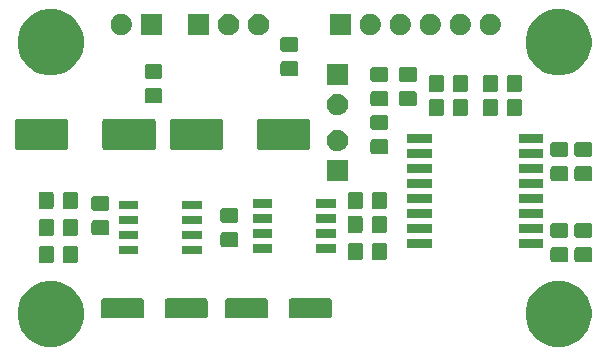
<source format=gbr>
G04 #@! TF.GenerationSoftware,KiCad,Pcbnew,(5.1.5)-2*
G04 #@! TF.CreationDate,2020-10-14T11:31:30+02:00*
G04 #@! TF.ProjectId,XLR_Driver,584c525f-4472-4697-9665-722e6b696361,rev?*
G04 #@! TF.SameCoordinates,Original*
G04 #@! TF.FileFunction,Soldermask,Top*
G04 #@! TF.FilePolarity,Negative*
%FSLAX46Y46*%
G04 Gerber Fmt 4.6, Leading zero omitted, Abs format (unit mm)*
G04 Created by KiCad (PCBNEW (5.1.5)-2) date 2020-10-14 11:31:30*
%MOMM*%
%LPD*%
G04 APERTURE LIST*
%ADD10C,0.100000*%
G04 APERTURE END LIST*
D10*
G36*
X147317021Y-63806640D02*
G01*
X147826769Y-64017785D01*
X147826771Y-64017786D01*
X148285534Y-64324321D01*
X148675679Y-64714466D01*
X148982214Y-65173229D01*
X148982215Y-65173231D01*
X149193360Y-65682979D01*
X149301000Y-66224124D01*
X149301000Y-66775876D01*
X149193360Y-67317021D01*
X148982215Y-67826769D01*
X148982214Y-67826771D01*
X148675679Y-68285534D01*
X148285534Y-68675679D01*
X147826771Y-68982214D01*
X147826770Y-68982215D01*
X147826769Y-68982215D01*
X147317021Y-69193360D01*
X146775876Y-69301000D01*
X146224124Y-69301000D01*
X145682979Y-69193360D01*
X145173231Y-68982215D01*
X145173230Y-68982215D01*
X145173229Y-68982214D01*
X144714466Y-68675679D01*
X144324321Y-68285534D01*
X144017786Y-67826771D01*
X144017785Y-67826769D01*
X143806640Y-67317021D01*
X143699000Y-66775876D01*
X143699000Y-66224124D01*
X143806640Y-65682979D01*
X144017785Y-65173231D01*
X144017786Y-65173229D01*
X144324321Y-64714466D01*
X144714466Y-64324321D01*
X145173229Y-64017786D01*
X145173231Y-64017785D01*
X145682979Y-63806640D01*
X146224124Y-63699000D01*
X146775876Y-63699000D01*
X147317021Y-63806640D01*
G37*
G36*
X104317021Y-63806640D02*
G01*
X104826769Y-64017785D01*
X104826771Y-64017786D01*
X105285534Y-64324321D01*
X105675679Y-64714466D01*
X105982214Y-65173229D01*
X105982215Y-65173231D01*
X106193360Y-65682979D01*
X106301000Y-66224124D01*
X106301000Y-66775876D01*
X106193360Y-67317021D01*
X105982215Y-67826769D01*
X105982214Y-67826771D01*
X105675679Y-68285534D01*
X105285534Y-68675679D01*
X104826771Y-68982214D01*
X104826770Y-68982215D01*
X104826769Y-68982215D01*
X104317021Y-69193360D01*
X103775876Y-69301000D01*
X103224124Y-69301000D01*
X102682979Y-69193360D01*
X102173231Y-68982215D01*
X102173230Y-68982215D01*
X102173229Y-68982214D01*
X101714466Y-68675679D01*
X101324321Y-68285534D01*
X101017786Y-67826771D01*
X101017785Y-67826769D01*
X100806640Y-67317021D01*
X100699000Y-66775876D01*
X100699000Y-66224124D01*
X100806640Y-65682979D01*
X101017785Y-65173231D01*
X101017786Y-65173229D01*
X101324321Y-64714466D01*
X101714466Y-64324321D01*
X102173229Y-64017786D01*
X102173231Y-64017785D01*
X102682979Y-63806640D01*
X103224124Y-63699000D01*
X103775876Y-63699000D01*
X104317021Y-63806640D01*
G37*
G36*
X111223997Y-65193051D02*
G01*
X111257652Y-65203261D01*
X111288665Y-65219838D01*
X111315851Y-65242149D01*
X111338162Y-65269335D01*
X111354739Y-65300348D01*
X111364949Y-65334003D01*
X111369000Y-65375138D01*
X111369000Y-66704862D01*
X111364949Y-66745997D01*
X111354739Y-66779652D01*
X111338162Y-66810665D01*
X111315851Y-66837851D01*
X111288665Y-66860162D01*
X111257652Y-66876739D01*
X111223997Y-66886949D01*
X111182862Y-66891000D01*
X107953138Y-66891000D01*
X107912003Y-66886949D01*
X107878348Y-66876739D01*
X107847335Y-66860162D01*
X107820149Y-66837851D01*
X107797838Y-66810665D01*
X107781261Y-66779652D01*
X107771051Y-66745997D01*
X107767000Y-66704862D01*
X107767000Y-65375138D01*
X107771051Y-65334003D01*
X107781261Y-65300348D01*
X107797838Y-65269335D01*
X107820149Y-65242149D01*
X107847335Y-65219838D01*
X107878348Y-65203261D01*
X107912003Y-65193051D01*
X107953138Y-65189000D01*
X111182862Y-65189000D01*
X111223997Y-65193051D01*
G37*
G36*
X127131997Y-65193051D02*
G01*
X127165652Y-65203261D01*
X127196665Y-65219838D01*
X127223851Y-65242149D01*
X127246162Y-65269335D01*
X127262739Y-65300348D01*
X127272949Y-65334003D01*
X127277000Y-65375138D01*
X127277000Y-66704862D01*
X127272949Y-66745997D01*
X127262739Y-66779652D01*
X127246162Y-66810665D01*
X127223851Y-66837851D01*
X127196665Y-66860162D01*
X127165652Y-66876739D01*
X127131997Y-66886949D01*
X127090862Y-66891000D01*
X123861138Y-66891000D01*
X123820003Y-66886949D01*
X123786348Y-66876739D01*
X123755335Y-66860162D01*
X123728149Y-66837851D01*
X123705838Y-66810665D01*
X123689261Y-66779652D01*
X123679051Y-66745997D01*
X123675000Y-66704862D01*
X123675000Y-65375138D01*
X123679051Y-65334003D01*
X123689261Y-65300348D01*
X123705838Y-65269335D01*
X123728149Y-65242149D01*
X123755335Y-65219838D01*
X123786348Y-65203261D01*
X123820003Y-65193051D01*
X123861138Y-65189000D01*
X127090862Y-65189000D01*
X127131997Y-65193051D01*
G37*
G36*
X121731997Y-65193051D02*
G01*
X121765652Y-65203261D01*
X121796665Y-65219838D01*
X121823851Y-65242149D01*
X121846162Y-65269335D01*
X121862739Y-65300348D01*
X121872949Y-65334003D01*
X121877000Y-65375138D01*
X121877000Y-66704862D01*
X121872949Y-66745997D01*
X121862739Y-66779652D01*
X121846162Y-66810665D01*
X121823851Y-66837851D01*
X121796665Y-66860162D01*
X121765652Y-66876739D01*
X121731997Y-66886949D01*
X121690862Y-66891000D01*
X118461138Y-66891000D01*
X118420003Y-66886949D01*
X118386348Y-66876739D01*
X118355335Y-66860162D01*
X118328149Y-66837851D01*
X118305838Y-66810665D01*
X118289261Y-66779652D01*
X118279051Y-66745997D01*
X118275000Y-66704862D01*
X118275000Y-65375138D01*
X118279051Y-65334003D01*
X118289261Y-65300348D01*
X118305838Y-65269335D01*
X118328149Y-65242149D01*
X118355335Y-65219838D01*
X118386348Y-65203261D01*
X118420003Y-65193051D01*
X118461138Y-65189000D01*
X121690862Y-65189000D01*
X121731997Y-65193051D01*
G37*
G36*
X116623997Y-65193051D02*
G01*
X116657652Y-65203261D01*
X116688665Y-65219838D01*
X116715851Y-65242149D01*
X116738162Y-65269335D01*
X116754739Y-65300348D01*
X116764949Y-65334003D01*
X116769000Y-65375138D01*
X116769000Y-66704862D01*
X116764949Y-66745997D01*
X116754739Y-66779652D01*
X116738162Y-66810665D01*
X116715851Y-66837851D01*
X116688665Y-66860162D01*
X116657652Y-66876739D01*
X116623997Y-66886949D01*
X116582862Y-66891000D01*
X113353138Y-66891000D01*
X113312003Y-66886949D01*
X113278348Y-66876739D01*
X113247335Y-66860162D01*
X113220149Y-66837851D01*
X113197838Y-66810665D01*
X113181261Y-66779652D01*
X113171051Y-66745997D01*
X113167000Y-66704862D01*
X113167000Y-65375138D01*
X113171051Y-65334003D01*
X113181261Y-65300348D01*
X113197838Y-65269335D01*
X113220149Y-65242149D01*
X113247335Y-65219838D01*
X113278348Y-65203261D01*
X113312003Y-65193051D01*
X113353138Y-65189000D01*
X116582862Y-65189000D01*
X116623997Y-65193051D01*
G37*
G36*
X103578674Y-60721465D02*
G01*
X103616367Y-60732899D01*
X103651103Y-60751466D01*
X103681548Y-60776452D01*
X103706534Y-60806897D01*
X103725101Y-60841633D01*
X103736535Y-60879326D01*
X103741000Y-60924661D01*
X103741000Y-62011339D01*
X103736535Y-62056674D01*
X103725101Y-62094367D01*
X103706534Y-62129103D01*
X103681548Y-62159548D01*
X103651103Y-62184534D01*
X103616367Y-62203101D01*
X103578674Y-62214535D01*
X103533339Y-62219000D01*
X102696661Y-62219000D01*
X102651326Y-62214535D01*
X102613633Y-62203101D01*
X102578897Y-62184534D01*
X102548452Y-62159548D01*
X102523466Y-62129103D01*
X102504899Y-62094367D01*
X102493465Y-62056674D01*
X102489000Y-62011339D01*
X102489000Y-60924661D01*
X102493465Y-60879326D01*
X102504899Y-60841633D01*
X102523466Y-60806897D01*
X102548452Y-60776452D01*
X102578897Y-60751466D01*
X102613633Y-60732899D01*
X102651326Y-60721465D01*
X102696661Y-60717000D01*
X103533339Y-60717000D01*
X103578674Y-60721465D01*
G37*
G36*
X105628674Y-60721465D02*
G01*
X105666367Y-60732899D01*
X105701103Y-60751466D01*
X105731548Y-60776452D01*
X105756534Y-60806897D01*
X105775101Y-60841633D01*
X105786535Y-60879326D01*
X105791000Y-60924661D01*
X105791000Y-62011339D01*
X105786535Y-62056674D01*
X105775101Y-62094367D01*
X105756534Y-62129103D01*
X105731548Y-62159548D01*
X105701103Y-62184534D01*
X105666367Y-62203101D01*
X105628674Y-62214535D01*
X105583339Y-62219000D01*
X104746661Y-62219000D01*
X104701326Y-62214535D01*
X104663633Y-62203101D01*
X104628897Y-62184534D01*
X104598452Y-62159548D01*
X104573466Y-62129103D01*
X104554899Y-62094367D01*
X104543465Y-62056674D01*
X104539000Y-62011339D01*
X104539000Y-60924661D01*
X104543465Y-60879326D01*
X104554899Y-60841633D01*
X104573466Y-60806897D01*
X104598452Y-60776452D01*
X104628897Y-60751466D01*
X104663633Y-60732899D01*
X104701326Y-60721465D01*
X104746661Y-60717000D01*
X105583339Y-60717000D01*
X105628674Y-60721465D01*
G37*
G36*
X149178674Y-60855465D02*
G01*
X149216367Y-60866899D01*
X149251103Y-60885466D01*
X149281548Y-60910452D01*
X149306534Y-60940897D01*
X149325101Y-60975633D01*
X149336535Y-61013326D01*
X149341000Y-61058661D01*
X149341000Y-61895339D01*
X149336535Y-61940674D01*
X149325101Y-61978367D01*
X149306534Y-62013103D01*
X149281548Y-62043548D01*
X149251103Y-62068534D01*
X149216367Y-62087101D01*
X149178674Y-62098535D01*
X149133339Y-62103000D01*
X148046661Y-62103000D01*
X148001326Y-62098535D01*
X147963633Y-62087101D01*
X147928897Y-62068534D01*
X147898452Y-62043548D01*
X147873466Y-62013103D01*
X147854899Y-61978367D01*
X147843465Y-61940674D01*
X147839000Y-61895339D01*
X147839000Y-61058661D01*
X147843465Y-61013326D01*
X147854899Y-60975633D01*
X147873466Y-60940897D01*
X147898452Y-60910452D01*
X147928897Y-60885466D01*
X147963633Y-60866899D01*
X148001326Y-60855465D01*
X148046661Y-60851000D01*
X149133339Y-60851000D01*
X149178674Y-60855465D01*
G37*
G36*
X147146674Y-60855465D02*
G01*
X147184367Y-60866899D01*
X147219103Y-60885466D01*
X147249548Y-60910452D01*
X147274534Y-60940897D01*
X147293101Y-60975633D01*
X147304535Y-61013326D01*
X147309000Y-61058661D01*
X147309000Y-61895339D01*
X147304535Y-61940674D01*
X147293101Y-61978367D01*
X147274534Y-62013103D01*
X147249548Y-62043548D01*
X147219103Y-62068534D01*
X147184367Y-62087101D01*
X147146674Y-62098535D01*
X147101339Y-62103000D01*
X146014661Y-62103000D01*
X145969326Y-62098535D01*
X145931633Y-62087101D01*
X145896897Y-62068534D01*
X145866452Y-62043548D01*
X145841466Y-62013103D01*
X145822899Y-61978367D01*
X145811465Y-61940674D01*
X145807000Y-61895339D01*
X145807000Y-61058661D01*
X145811465Y-61013326D01*
X145822899Y-60975633D01*
X145841466Y-60940897D01*
X145866452Y-60910452D01*
X145896897Y-60885466D01*
X145931633Y-60866899D01*
X145969326Y-60855465D01*
X146014661Y-60851000D01*
X147101339Y-60851000D01*
X147146674Y-60855465D01*
G37*
G36*
X131790674Y-60467465D02*
G01*
X131828367Y-60478899D01*
X131863103Y-60497466D01*
X131893548Y-60522452D01*
X131918534Y-60552897D01*
X131937101Y-60587633D01*
X131948535Y-60625326D01*
X131953000Y-60670661D01*
X131953000Y-61757339D01*
X131948535Y-61802674D01*
X131937101Y-61840367D01*
X131918534Y-61875103D01*
X131893548Y-61905548D01*
X131863103Y-61930534D01*
X131828367Y-61949101D01*
X131790674Y-61960535D01*
X131745339Y-61965000D01*
X130908661Y-61965000D01*
X130863326Y-61960535D01*
X130825633Y-61949101D01*
X130790897Y-61930534D01*
X130760452Y-61905548D01*
X130735466Y-61875103D01*
X130716899Y-61840367D01*
X130705465Y-61802674D01*
X130701000Y-61757339D01*
X130701000Y-60670661D01*
X130705465Y-60625326D01*
X130716899Y-60587633D01*
X130735466Y-60552897D01*
X130760452Y-60522452D01*
X130790897Y-60497466D01*
X130825633Y-60478899D01*
X130863326Y-60467465D01*
X130908661Y-60463000D01*
X131745339Y-60463000D01*
X131790674Y-60467465D01*
G37*
G36*
X129740674Y-60467465D02*
G01*
X129778367Y-60478899D01*
X129813103Y-60497466D01*
X129843548Y-60522452D01*
X129868534Y-60552897D01*
X129887101Y-60587633D01*
X129898535Y-60625326D01*
X129903000Y-60670661D01*
X129903000Y-61757339D01*
X129898535Y-61802674D01*
X129887101Y-61840367D01*
X129868534Y-61875103D01*
X129843548Y-61905548D01*
X129813103Y-61930534D01*
X129778367Y-61949101D01*
X129740674Y-61960535D01*
X129695339Y-61965000D01*
X128858661Y-61965000D01*
X128813326Y-61960535D01*
X128775633Y-61949101D01*
X128740897Y-61930534D01*
X128710452Y-61905548D01*
X128685466Y-61875103D01*
X128666899Y-61840367D01*
X128655465Y-61802674D01*
X128651000Y-61757339D01*
X128651000Y-60670661D01*
X128655465Y-60625326D01*
X128666899Y-60587633D01*
X128685466Y-60552897D01*
X128710452Y-60522452D01*
X128740897Y-60497466D01*
X128775633Y-60478899D01*
X128813326Y-60467465D01*
X128858661Y-60463000D01*
X129695339Y-60463000D01*
X129740674Y-60467465D01*
G37*
G36*
X110902000Y-61438000D02*
G01*
X109250000Y-61438000D01*
X109250000Y-60736000D01*
X110902000Y-60736000D01*
X110902000Y-61438000D01*
G37*
G36*
X116302000Y-61438000D02*
G01*
X114650000Y-61438000D01*
X114650000Y-60736000D01*
X116302000Y-60736000D01*
X116302000Y-61438000D01*
G37*
G36*
X127638000Y-61311000D02*
G01*
X125986000Y-61311000D01*
X125986000Y-60609000D01*
X127638000Y-60609000D01*
X127638000Y-61311000D01*
G37*
G36*
X122238000Y-61311000D02*
G01*
X120586000Y-61311000D01*
X120586000Y-60609000D01*
X122238000Y-60609000D01*
X122238000Y-61311000D01*
G37*
G36*
X135747000Y-60955000D02*
G01*
X133695000Y-60955000D01*
X133695000Y-60203000D01*
X135747000Y-60203000D01*
X135747000Y-60955000D01*
G37*
G36*
X145197000Y-60955000D02*
G01*
X143145000Y-60955000D01*
X143145000Y-60203000D01*
X145197000Y-60203000D01*
X145197000Y-60955000D01*
G37*
G36*
X119206674Y-59585465D02*
G01*
X119244367Y-59596899D01*
X119279103Y-59615466D01*
X119309548Y-59640452D01*
X119334534Y-59670897D01*
X119353101Y-59705633D01*
X119364535Y-59743326D01*
X119369000Y-59788661D01*
X119369000Y-60625339D01*
X119364535Y-60670674D01*
X119353101Y-60708367D01*
X119334534Y-60743103D01*
X119309548Y-60773548D01*
X119279103Y-60798534D01*
X119244367Y-60817101D01*
X119206674Y-60828535D01*
X119161339Y-60833000D01*
X118074661Y-60833000D01*
X118029326Y-60828535D01*
X117991633Y-60817101D01*
X117956897Y-60798534D01*
X117926452Y-60773548D01*
X117901466Y-60743103D01*
X117882899Y-60708367D01*
X117871465Y-60670674D01*
X117867000Y-60625339D01*
X117867000Y-59788661D01*
X117871465Y-59743326D01*
X117882899Y-59705633D01*
X117901466Y-59670897D01*
X117926452Y-59640452D01*
X117956897Y-59615466D01*
X117991633Y-59596899D01*
X118029326Y-59585465D01*
X118074661Y-59581000D01*
X119161339Y-59581000D01*
X119206674Y-59585465D01*
G37*
G36*
X110902000Y-60168000D02*
G01*
X109250000Y-60168000D01*
X109250000Y-59466000D01*
X110902000Y-59466000D01*
X110902000Y-60168000D01*
G37*
G36*
X116302000Y-60168000D02*
G01*
X114650000Y-60168000D01*
X114650000Y-59466000D01*
X116302000Y-59466000D01*
X116302000Y-60168000D01*
G37*
G36*
X147146674Y-58805465D02*
G01*
X147184367Y-58816899D01*
X147219103Y-58835466D01*
X147249548Y-58860452D01*
X147274534Y-58890897D01*
X147293101Y-58925633D01*
X147304535Y-58963326D01*
X147309000Y-59008661D01*
X147309000Y-59845339D01*
X147304535Y-59890674D01*
X147293101Y-59928367D01*
X147274534Y-59963103D01*
X147249548Y-59993548D01*
X147219103Y-60018534D01*
X147184367Y-60037101D01*
X147146674Y-60048535D01*
X147101339Y-60053000D01*
X146014661Y-60053000D01*
X145969326Y-60048535D01*
X145931633Y-60037101D01*
X145896897Y-60018534D01*
X145866452Y-59993548D01*
X145841466Y-59963103D01*
X145822899Y-59928367D01*
X145811465Y-59890674D01*
X145807000Y-59845339D01*
X145807000Y-59008661D01*
X145811465Y-58963326D01*
X145822899Y-58925633D01*
X145841466Y-58890897D01*
X145866452Y-58860452D01*
X145896897Y-58835466D01*
X145931633Y-58816899D01*
X145969326Y-58805465D01*
X146014661Y-58801000D01*
X147101339Y-58801000D01*
X147146674Y-58805465D01*
G37*
G36*
X149178674Y-58805465D02*
G01*
X149216367Y-58816899D01*
X149251103Y-58835466D01*
X149281548Y-58860452D01*
X149306534Y-58890897D01*
X149325101Y-58925633D01*
X149336535Y-58963326D01*
X149341000Y-59008661D01*
X149341000Y-59845339D01*
X149336535Y-59890674D01*
X149325101Y-59928367D01*
X149306534Y-59963103D01*
X149281548Y-59993548D01*
X149251103Y-60018534D01*
X149216367Y-60037101D01*
X149178674Y-60048535D01*
X149133339Y-60053000D01*
X148046661Y-60053000D01*
X148001326Y-60048535D01*
X147963633Y-60037101D01*
X147928897Y-60018534D01*
X147898452Y-59993548D01*
X147873466Y-59963103D01*
X147854899Y-59928367D01*
X147843465Y-59890674D01*
X147839000Y-59845339D01*
X147839000Y-59008661D01*
X147843465Y-58963326D01*
X147854899Y-58925633D01*
X147873466Y-58890897D01*
X147898452Y-58860452D01*
X147928897Y-58835466D01*
X147963633Y-58816899D01*
X148001326Y-58805465D01*
X148046661Y-58801000D01*
X149133339Y-58801000D01*
X149178674Y-58805465D01*
G37*
G36*
X127638000Y-60041000D02*
G01*
X125986000Y-60041000D01*
X125986000Y-59339000D01*
X127638000Y-59339000D01*
X127638000Y-60041000D01*
G37*
G36*
X122238000Y-60041000D02*
G01*
X120586000Y-60041000D01*
X120586000Y-59339000D01*
X122238000Y-59339000D01*
X122238000Y-60041000D01*
G37*
G36*
X105628674Y-58435465D02*
G01*
X105666367Y-58446899D01*
X105701103Y-58465466D01*
X105731548Y-58490452D01*
X105756534Y-58520897D01*
X105775101Y-58555633D01*
X105786535Y-58593326D01*
X105791000Y-58638661D01*
X105791000Y-59725339D01*
X105786535Y-59770674D01*
X105775101Y-59808367D01*
X105756534Y-59843103D01*
X105731548Y-59873548D01*
X105701103Y-59898534D01*
X105666367Y-59917101D01*
X105628674Y-59928535D01*
X105583339Y-59933000D01*
X104746661Y-59933000D01*
X104701326Y-59928535D01*
X104663633Y-59917101D01*
X104628897Y-59898534D01*
X104598452Y-59873548D01*
X104573466Y-59843103D01*
X104554899Y-59808367D01*
X104543465Y-59770674D01*
X104539000Y-59725339D01*
X104539000Y-58638661D01*
X104543465Y-58593326D01*
X104554899Y-58555633D01*
X104573466Y-58520897D01*
X104598452Y-58490452D01*
X104628897Y-58465466D01*
X104663633Y-58446899D01*
X104701326Y-58435465D01*
X104746661Y-58431000D01*
X105583339Y-58431000D01*
X105628674Y-58435465D01*
G37*
G36*
X103578674Y-58435465D02*
G01*
X103616367Y-58446899D01*
X103651103Y-58465466D01*
X103681548Y-58490452D01*
X103706534Y-58520897D01*
X103725101Y-58555633D01*
X103736535Y-58593326D01*
X103741000Y-58638661D01*
X103741000Y-59725339D01*
X103736535Y-59770674D01*
X103725101Y-59808367D01*
X103706534Y-59843103D01*
X103681548Y-59873548D01*
X103651103Y-59898534D01*
X103616367Y-59917101D01*
X103578674Y-59928535D01*
X103533339Y-59933000D01*
X102696661Y-59933000D01*
X102651326Y-59928535D01*
X102613633Y-59917101D01*
X102578897Y-59898534D01*
X102548452Y-59873548D01*
X102523466Y-59843103D01*
X102504899Y-59808367D01*
X102493465Y-59770674D01*
X102489000Y-59725339D01*
X102489000Y-58638661D01*
X102493465Y-58593326D01*
X102504899Y-58555633D01*
X102523466Y-58520897D01*
X102548452Y-58490452D01*
X102578897Y-58465466D01*
X102613633Y-58446899D01*
X102651326Y-58435465D01*
X102696661Y-58431000D01*
X103533339Y-58431000D01*
X103578674Y-58435465D01*
G37*
G36*
X108284674Y-58569465D02*
G01*
X108322367Y-58580899D01*
X108357103Y-58599466D01*
X108387548Y-58624452D01*
X108412534Y-58654897D01*
X108431101Y-58689633D01*
X108442535Y-58727326D01*
X108447000Y-58772661D01*
X108447000Y-59609339D01*
X108442535Y-59654674D01*
X108431101Y-59692367D01*
X108412534Y-59727103D01*
X108387548Y-59757548D01*
X108357103Y-59782534D01*
X108322367Y-59801101D01*
X108284674Y-59812535D01*
X108239339Y-59817000D01*
X107152661Y-59817000D01*
X107107326Y-59812535D01*
X107069633Y-59801101D01*
X107034897Y-59782534D01*
X107004452Y-59757548D01*
X106979466Y-59727103D01*
X106960899Y-59692367D01*
X106949465Y-59654674D01*
X106945000Y-59609339D01*
X106945000Y-58772661D01*
X106949465Y-58727326D01*
X106960899Y-58689633D01*
X106979466Y-58654897D01*
X107004452Y-58624452D01*
X107034897Y-58599466D01*
X107069633Y-58580899D01*
X107107326Y-58569465D01*
X107152661Y-58565000D01*
X108239339Y-58565000D01*
X108284674Y-58569465D01*
G37*
G36*
X145197000Y-59685000D02*
G01*
X143145000Y-59685000D01*
X143145000Y-58933000D01*
X145197000Y-58933000D01*
X145197000Y-59685000D01*
G37*
G36*
X135747000Y-59685000D02*
G01*
X133695000Y-59685000D01*
X133695000Y-58933000D01*
X135747000Y-58933000D01*
X135747000Y-59685000D01*
G37*
G36*
X129731674Y-58181465D02*
G01*
X129769367Y-58192899D01*
X129804103Y-58211466D01*
X129834548Y-58236452D01*
X129859534Y-58266897D01*
X129878101Y-58301633D01*
X129889535Y-58339326D01*
X129894000Y-58384661D01*
X129894000Y-59471339D01*
X129889535Y-59516674D01*
X129878101Y-59554367D01*
X129859534Y-59589103D01*
X129834548Y-59619548D01*
X129804103Y-59644534D01*
X129769367Y-59663101D01*
X129731674Y-59674535D01*
X129686339Y-59679000D01*
X128849661Y-59679000D01*
X128804326Y-59674535D01*
X128766633Y-59663101D01*
X128731897Y-59644534D01*
X128701452Y-59619548D01*
X128676466Y-59589103D01*
X128657899Y-59554367D01*
X128646465Y-59516674D01*
X128642000Y-59471339D01*
X128642000Y-58384661D01*
X128646465Y-58339326D01*
X128657899Y-58301633D01*
X128676466Y-58266897D01*
X128701452Y-58236452D01*
X128731897Y-58211466D01*
X128766633Y-58192899D01*
X128804326Y-58181465D01*
X128849661Y-58177000D01*
X129686339Y-58177000D01*
X129731674Y-58181465D01*
G37*
G36*
X131781674Y-58181465D02*
G01*
X131819367Y-58192899D01*
X131854103Y-58211466D01*
X131884548Y-58236452D01*
X131909534Y-58266897D01*
X131928101Y-58301633D01*
X131939535Y-58339326D01*
X131944000Y-58384661D01*
X131944000Y-59471339D01*
X131939535Y-59516674D01*
X131928101Y-59554367D01*
X131909534Y-59589103D01*
X131884548Y-59619548D01*
X131854103Y-59644534D01*
X131819367Y-59663101D01*
X131781674Y-59674535D01*
X131736339Y-59679000D01*
X130899661Y-59679000D01*
X130854326Y-59674535D01*
X130816633Y-59663101D01*
X130781897Y-59644534D01*
X130751452Y-59619548D01*
X130726466Y-59589103D01*
X130707899Y-59554367D01*
X130696465Y-59516674D01*
X130692000Y-59471339D01*
X130692000Y-58384661D01*
X130696465Y-58339326D01*
X130707899Y-58301633D01*
X130726466Y-58266897D01*
X130751452Y-58236452D01*
X130781897Y-58211466D01*
X130816633Y-58192899D01*
X130854326Y-58181465D01*
X130899661Y-58177000D01*
X131736339Y-58177000D01*
X131781674Y-58181465D01*
G37*
G36*
X116302000Y-58898000D02*
G01*
X114650000Y-58898000D01*
X114650000Y-58196000D01*
X116302000Y-58196000D01*
X116302000Y-58898000D01*
G37*
G36*
X110902000Y-58898000D02*
G01*
X109250000Y-58898000D01*
X109250000Y-58196000D01*
X110902000Y-58196000D01*
X110902000Y-58898000D01*
G37*
G36*
X119206674Y-57535465D02*
G01*
X119244367Y-57546899D01*
X119279103Y-57565466D01*
X119309548Y-57590452D01*
X119334534Y-57620897D01*
X119353101Y-57655633D01*
X119364535Y-57693326D01*
X119369000Y-57738661D01*
X119369000Y-58575339D01*
X119364535Y-58620674D01*
X119353101Y-58658367D01*
X119334534Y-58693103D01*
X119309548Y-58723548D01*
X119279103Y-58748534D01*
X119244367Y-58767101D01*
X119206674Y-58778535D01*
X119161339Y-58783000D01*
X118074661Y-58783000D01*
X118029326Y-58778535D01*
X117991633Y-58767101D01*
X117956897Y-58748534D01*
X117926452Y-58723548D01*
X117901466Y-58693103D01*
X117882899Y-58658367D01*
X117871465Y-58620674D01*
X117867000Y-58575339D01*
X117867000Y-57738661D01*
X117871465Y-57693326D01*
X117882899Y-57655633D01*
X117901466Y-57620897D01*
X117926452Y-57590452D01*
X117956897Y-57565466D01*
X117991633Y-57546899D01*
X118029326Y-57535465D01*
X118074661Y-57531000D01*
X119161339Y-57531000D01*
X119206674Y-57535465D01*
G37*
G36*
X127638000Y-58771000D02*
G01*
X125986000Y-58771000D01*
X125986000Y-58069000D01*
X127638000Y-58069000D01*
X127638000Y-58771000D01*
G37*
G36*
X122238000Y-58771000D02*
G01*
X120586000Y-58771000D01*
X120586000Y-58069000D01*
X122238000Y-58069000D01*
X122238000Y-58771000D01*
G37*
G36*
X135747000Y-58415000D02*
G01*
X133695000Y-58415000D01*
X133695000Y-57663000D01*
X135747000Y-57663000D01*
X135747000Y-58415000D01*
G37*
G36*
X145197000Y-58415000D02*
G01*
X143145000Y-58415000D01*
X143145000Y-57663000D01*
X145197000Y-57663000D01*
X145197000Y-58415000D01*
G37*
G36*
X108284674Y-56519465D02*
G01*
X108322367Y-56530899D01*
X108357103Y-56549466D01*
X108387548Y-56574452D01*
X108412534Y-56604897D01*
X108431101Y-56639633D01*
X108442535Y-56677326D01*
X108447000Y-56722661D01*
X108447000Y-57559339D01*
X108442535Y-57604674D01*
X108431101Y-57642367D01*
X108412534Y-57677103D01*
X108387548Y-57707548D01*
X108357103Y-57732534D01*
X108322367Y-57751101D01*
X108284674Y-57762535D01*
X108239339Y-57767000D01*
X107152661Y-57767000D01*
X107107326Y-57762535D01*
X107069633Y-57751101D01*
X107034897Y-57732534D01*
X107004452Y-57707548D01*
X106979466Y-57677103D01*
X106960899Y-57642367D01*
X106949465Y-57604674D01*
X106945000Y-57559339D01*
X106945000Y-56722661D01*
X106949465Y-56677326D01*
X106960899Y-56639633D01*
X106979466Y-56604897D01*
X107004452Y-56574452D01*
X107034897Y-56549466D01*
X107069633Y-56530899D01*
X107107326Y-56519465D01*
X107152661Y-56515000D01*
X108239339Y-56515000D01*
X108284674Y-56519465D01*
G37*
G36*
X103569674Y-56149465D02*
G01*
X103607367Y-56160899D01*
X103642103Y-56179466D01*
X103672548Y-56204452D01*
X103697534Y-56234897D01*
X103716101Y-56269633D01*
X103727535Y-56307326D01*
X103732000Y-56352661D01*
X103732000Y-57439339D01*
X103727535Y-57484674D01*
X103716101Y-57522367D01*
X103697534Y-57557103D01*
X103672548Y-57587548D01*
X103642103Y-57612534D01*
X103607367Y-57631101D01*
X103569674Y-57642535D01*
X103524339Y-57647000D01*
X102687661Y-57647000D01*
X102642326Y-57642535D01*
X102604633Y-57631101D01*
X102569897Y-57612534D01*
X102539452Y-57587548D01*
X102514466Y-57557103D01*
X102495899Y-57522367D01*
X102484465Y-57484674D01*
X102480000Y-57439339D01*
X102480000Y-56352661D01*
X102484465Y-56307326D01*
X102495899Y-56269633D01*
X102514466Y-56234897D01*
X102539452Y-56204452D01*
X102569897Y-56179466D01*
X102604633Y-56160899D01*
X102642326Y-56149465D01*
X102687661Y-56145000D01*
X103524339Y-56145000D01*
X103569674Y-56149465D01*
G37*
G36*
X131790674Y-56149465D02*
G01*
X131828367Y-56160899D01*
X131863103Y-56179466D01*
X131893548Y-56204452D01*
X131918534Y-56234897D01*
X131937101Y-56269633D01*
X131948535Y-56307326D01*
X131953000Y-56352661D01*
X131953000Y-57439339D01*
X131948535Y-57484674D01*
X131937101Y-57522367D01*
X131918534Y-57557103D01*
X131893548Y-57587548D01*
X131863103Y-57612534D01*
X131828367Y-57631101D01*
X131790674Y-57642535D01*
X131745339Y-57647000D01*
X130908661Y-57647000D01*
X130863326Y-57642535D01*
X130825633Y-57631101D01*
X130790897Y-57612534D01*
X130760452Y-57587548D01*
X130735466Y-57557103D01*
X130716899Y-57522367D01*
X130705465Y-57484674D01*
X130701000Y-57439339D01*
X130701000Y-56352661D01*
X130705465Y-56307326D01*
X130716899Y-56269633D01*
X130735466Y-56234897D01*
X130760452Y-56204452D01*
X130790897Y-56179466D01*
X130825633Y-56160899D01*
X130863326Y-56149465D01*
X130908661Y-56145000D01*
X131745339Y-56145000D01*
X131790674Y-56149465D01*
G37*
G36*
X129740674Y-56149465D02*
G01*
X129778367Y-56160899D01*
X129813103Y-56179466D01*
X129843548Y-56204452D01*
X129868534Y-56234897D01*
X129887101Y-56269633D01*
X129898535Y-56307326D01*
X129903000Y-56352661D01*
X129903000Y-57439339D01*
X129898535Y-57484674D01*
X129887101Y-57522367D01*
X129868534Y-57557103D01*
X129843548Y-57587548D01*
X129813103Y-57612534D01*
X129778367Y-57631101D01*
X129740674Y-57642535D01*
X129695339Y-57647000D01*
X128858661Y-57647000D01*
X128813326Y-57642535D01*
X128775633Y-57631101D01*
X128740897Y-57612534D01*
X128710452Y-57587548D01*
X128685466Y-57557103D01*
X128666899Y-57522367D01*
X128655465Y-57484674D01*
X128651000Y-57439339D01*
X128651000Y-56352661D01*
X128655465Y-56307326D01*
X128666899Y-56269633D01*
X128685466Y-56234897D01*
X128710452Y-56204452D01*
X128740897Y-56179466D01*
X128775633Y-56160899D01*
X128813326Y-56149465D01*
X128858661Y-56145000D01*
X129695339Y-56145000D01*
X129740674Y-56149465D01*
G37*
G36*
X105619674Y-56149465D02*
G01*
X105657367Y-56160899D01*
X105692103Y-56179466D01*
X105722548Y-56204452D01*
X105747534Y-56234897D01*
X105766101Y-56269633D01*
X105777535Y-56307326D01*
X105782000Y-56352661D01*
X105782000Y-57439339D01*
X105777535Y-57484674D01*
X105766101Y-57522367D01*
X105747534Y-57557103D01*
X105722548Y-57587548D01*
X105692103Y-57612534D01*
X105657367Y-57631101D01*
X105619674Y-57642535D01*
X105574339Y-57647000D01*
X104737661Y-57647000D01*
X104692326Y-57642535D01*
X104654633Y-57631101D01*
X104619897Y-57612534D01*
X104589452Y-57587548D01*
X104564466Y-57557103D01*
X104545899Y-57522367D01*
X104534465Y-57484674D01*
X104530000Y-57439339D01*
X104530000Y-56352661D01*
X104534465Y-56307326D01*
X104545899Y-56269633D01*
X104564466Y-56234897D01*
X104589452Y-56204452D01*
X104619897Y-56179466D01*
X104654633Y-56160899D01*
X104692326Y-56149465D01*
X104737661Y-56145000D01*
X105574339Y-56145000D01*
X105619674Y-56149465D01*
G37*
G36*
X110902000Y-57628000D02*
G01*
X109250000Y-57628000D01*
X109250000Y-56926000D01*
X110902000Y-56926000D01*
X110902000Y-57628000D01*
G37*
G36*
X116302000Y-57628000D02*
G01*
X114650000Y-57628000D01*
X114650000Y-56926000D01*
X116302000Y-56926000D01*
X116302000Y-57628000D01*
G37*
G36*
X127638000Y-57501000D02*
G01*
X125986000Y-57501000D01*
X125986000Y-56799000D01*
X127638000Y-56799000D01*
X127638000Y-57501000D01*
G37*
G36*
X122238000Y-57501000D02*
G01*
X120586000Y-57501000D01*
X120586000Y-56799000D01*
X122238000Y-56799000D01*
X122238000Y-57501000D01*
G37*
G36*
X135747000Y-57145000D02*
G01*
X133695000Y-57145000D01*
X133695000Y-56393000D01*
X135747000Y-56393000D01*
X135747000Y-57145000D01*
G37*
G36*
X145197000Y-57145000D02*
G01*
X143145000Y-57145000D01*
X143145000Y-56393000D01*
X145197000Y-56393000D01*
X145197000Y-57145000D01*
G37*
G36*
X135747000Y-55875000D02*
G01*
X133695000Y-55875000D01*
X133695000Y-55123000D01*
X135747000Y-55123000D01*
X135747000Y-55875000D01*
G37*
G36*
X145197000Y-55875000D02*
G01*
X143145000Y-55875000D01*
X143145000Y-55123000D01*
X145197000Y-55123000D01*
X145197000Y-55875000D01*
G37*
G36*
X128663000Y-55257000D02*
G01*
X126861000Y-55257000D01*
X126861000Y-53455000D01*
X128663000Y-53455000D01*
X128663000Y-55257000D01*
G37*
G36*
X147146674Y-53997465D02*
G01*
X147184367Y-54008899D01*
X147219103Y-54027466D01*
X147249548Y-54052452D01*
X147274534Y-54082897D01*
X147293101Y-54117633D01*
X147304535Y-54155326D01*
X147309000Y-54200661D01*
X147309000Y-55037339D01*
X147304535Y-55082674D01*
X147293101Y-55120367D01*
X147274534Y-55155103D01*
X147249548Y-55185548D01*
X147219103Y-55210534D01*
X147184367Y-55229101D01*
X147146674Y-55240535D01*
X147101339Y-55245000D01*
X146014661Y-55245000D01*
X145969326Y-55240535D01*
X145931633Y-55229101D01*
X145896897Y-55210534D01*
X145866452Y-55185548D01*
X145841466Y-55155103D01*
X145822899Y-55120367D01*
X145811465Y-55082674D01*
X145807000Y-55037339D01*
X145807000Y-54200661D01*
X145811465Y-54155326D01*
X145822899Y-54117633D01*
X145841466Y-54082897D01*
X145866452Y-54052452D01*
X145896897Y-54027466D01*
X145931633Y-54008899D01*
X145969326Y-53997465D01*
X146014661Y-53993000D01*
X147101339Y-53993000D01*
X147146674Y-53997465D01*
G37*
G36*
X149178674Y-53997465D02*
G01*
X149216367Y-54008899D01*
X149251103Y-54027466D01*
X149281548Y-54052452D01*
X149306534Y-54082897D01*
X149325101Y-54117633D01*
X149336535Y-54155326D01*
X149341000Y-54200661D01*
X149341000Y-55037339D01*
X149336535Y-55082674D01*
X149325101Y-55120367D01*
X149306534Y-55155103D01*
X149281548Y-55185548D01*
X149251103Y-55210534D01*
X149216367Y-55229101D01*
X149178674Y-55240535D01*
X149133339Y-55245000D01*
X148046661Y-55245000D01*
X148001326Y-55240535D01*
X147963633Y-55229101D01*
X147928897Y-55210534D01*
X147898452Y-55185548D01*
X147873466Y-55155103D01*
X147854899Y-55120367D01*
X147843465Y-55082674D01*
X147839000Y-55037339D01*
X147839000Y-54200661D01*
X147843465Y-54155326D01*
X147854899Y-54117633D01*
X147873466Y-54082897D01*
X147898452Y-54052452D01*
X147928897Y-54027466D01*
X147963633Y-54008899D01*
X148001326Y-53997465D01*
X148046661Y-53993000D01*
X149133339Y-53993000D01*
X149178674Y-53997465D01*
G37*
G36*
X145197000Y-54605000D02*
G01*
X143145000Y-54605000D01*
X143145000Y-53853000D01*
X145197000Y-53853000D01*
X145197000Y-54605000D01*
G37*
G36*
X135747000Y-54605000D02*
G01*
X133695000Y-54605000D01*
X133695000Y-53853000D01*
X135747000Y-53853000D01*
X135747000Y-54605000D01*
G37*
G36*
X135747000Y-53335000D02*
G01*
X133695000Y-53335000D01*
X133695000Y-52583000D01*
X135747000Y-52583000D01*
X135747000Y-53335000D01*
G37*
G36*
X145197000Y-53335000D02*
G01*
X143145000Y-53335000D01*
X143145000Y-52583000D01*
X145197000Y-52583000D01*
X145197000Y-53335000D01*
G37*
G36*
X149178674Y-51947465D02*
G01*
X149216367Y-51958899D01*
X149251103Y-51977466D01*
X149281548Y-52002452D01*
X149306534Y-52032897D01*
X149325101Y-52067633D01*
X149336535Y-52105326D01*
X149341000Y-52150661D01*
X149341000Y-52987339D01*
X149336535Y-53032674D01*
X149325101Y-53070367D01*
X149306534Y-53105103D01*
X149281548Y-53135548D01*
X149251103Y-53160534D01*
X149216367Y-53179101D01*
X149178674Y-53190535D01*
X149133339Y-53195000D01*
X148046661Y-53195000D01*
X148001326Y-53190535D01*
X147963633Y-53179101D01*
X147928897Y-53160534D01*
X147898452Y-53135548D01*
X147873466Y-53105103D01*
X147854899Y-53070367D01*
X147843465Y-53032674D01*
X147839000Y-52987339D01*
X147839000Y-52150661D01*
X147843465Y-52105326D01*
X147854899Y-52067633D01*
X147873466Y-52032897D01*
X147898452Y-52002452D01*
X147928897Y-51977466D01*
X147963633Y-51958899D01*
X148001326Y-51947465D01*
X148046661Y-51943000D01*
X149133339Y-51943000D01*
X149178674Y-51947465D01*
G37*
G36*
X147146674Y-51947465D02*
G01*
X147184367Y-51958899D01*
X147219103Y-51977466D01*
X147249548Y-52002452D01*
X147274534Y-52032897D01*
X147293101Y-52067633D01*
X147304535Y-52105326D01*
X147309000Y-52150661D01*
X147309000Y-52987339D01*
X147304535Y-53032674D01*
X147293101Y-53070367D01*
X147274534Y-53105103D01*
X147249548Y-53135548D01*
X147219103Y-53160534D01*
X147184367Y-53179101D01*
X147146674Y-53190535D01*
X147101339Y-53195000D01*
X146014661Y-53195000D01*
X145969326Y-53190535D01*
X145931633Y-53179101D01*
X145896897Y-53160534D01*
X145866452Y-53135548D01*
X145841466Y-53105103D01*
X145822899Y-53070367D01*
X145811465Y-53032674D01*
X145807000Y-52987339D01*
X145807000Y-52150661D01*
X145811465Y-52105326D01*
X145822899Y-52067633D01*
X145841466Y-52032897D01*
X145866452Y-52002452D01*
X145896897Y-51977466D01*
X145931633Y-51958899D01*
X145969326Y-51947465D01*
X146014661Y-51943000D01*
X147101339Y-51943000D01*
X147146674Y-51947465D01*
G37*
G36*
X131906674Y-51711465D02*
G01*
X131944367Y-51722899D01*
X131979103Y-51741466D01*
X132009548Y-51766452D01*
X132034534Y-51796897D01*
X132053101Y-51831633D01*
X132064535Y-51869326D01*
X132069000Y-51914661D01*
X132069000Y-52751339D01*
X132064535Y-52796674D01*
X132053101Y-52834367D01*
X132034534Y-52869103D01*
X132009548Y-52899548D01*
X131979103Y-52924534D01*
X131944367Y-52943101D01*
X131906674Y-52954535D01*
X131861339Y-52959000D01*
X130774661Y-52959000D01*
X130729326Y-52954535D01*
X130691633Y-52943101D01*
X130656897Y-52924534D01*
X130626452Y-52899548D01*
X130601466Y-52869103D01*
X130582899Y-52834367D01*
X130571465Y-52796674D01*
X130567000Y-52751339D01*
X130567000Y-51914661D01*
X130571465Y-51869326D01*
X130582899Y-51831633D01*
X130601466Y-51796897D01*
X130626452Y-51766452D01*
X130656897Y-51741466D01*
X130691633Y-51722899D01*
X130729326Y-51711465D01*
X130774661Y-51707000D01*
X131861339Y-51707000D01*
X131906674Y-51711465D01*
G37*
G36*
X127875512Y-50919927D02*
G01*
X128024812Y-50949624D01*
X128188784Y-51017544D01*
X128336354Y-51116147D01*
X128461853Y-51241646D01*
X128560456Y-51389216D01*
X128628376Y-51553188D01*
X128658073Y-51702488D01*
X128659859Y-51711465D01*
X128663000Y-51727259D01*
X128663000Y-51904741D01*
X128628376Y-52078812D01*
X128560456Y-52242784D01*
X128461853Y-52390354D01*
X128336354Y-52515853D01*
X128188784Y-52614456D01*
X128024812Y-52682376D01*
X127875512Y-52712073D01*
X127850742Y-52717000D01*
X127673258Y-52717000D01*
X127648488Y-52712073D01*
X127499188Y-52682376D01*
X127335216Y-52614456D01*
X127187646Y-52515853D01*
X127062147Y-52390354D01*
X126963544Y-52242784D01*
X126895624Y-52078812D01*
X126861000Y-51904741D01*
X126861000Y-51727259D01*
X126864142Y-51711465D01*
X126865927Y-51702488D01*
X126895624Y-51553188D01*
X126963544Y-51389216D01*
X127062147Y-51241646D01*
X127187646Y-51116147D01*
X127335216Y-51017544D01*
X127499188Y-50949624D01*
X127648488Y-50919927D01*
X127673258Y-50915000D01*
X127850742Y-50915000D01*
X127875512Y-50919927D01*
G37*
G36*
X104847934Y-50010671D02*
G01*
X104877877Y-50019754D01*
X104905465Y-50034500D01*
X104929651Y-50054349D01*
X104949500Y-50078535D01*
X104964246Y-50106123D01*
X104973329Y-50136066D01*
X104977000Y-50173340D01*
X104977000Y-52442660D01*
X104973329Y-52479934D01*
X104964246Y-52509877D01*
X104949500Y-52537465D01*
X104929651Y-52561651D01*
X104905465Y-52581500D01*
X104877877Y-52596246D01*
X104847934Y-52605329D01*
X104810660Y-52609000D01*
X100641340Y-52609000D01*
X100604066Y-52605329D01*
X100574123Y-52596246D01*
X100546535Y-52581500D01*
X100522349Y-52561651D01*
X100502500Y-52537465D01*
X100487754Y-52509877D01*
X100478671Y-52479934D01*
X100475000Y-52442660D01*
X100475000Y-50173340D01*
X100478671Y-50136066D01*
X100487754Y-50106123D01*
X100502500Y-50078535D01*
X100522349Y-50054349D01*
X100546535Y-50034500D01*
X100574123Y-50019754D01*
X100604066Y-50010671D01*
X100641340Y-50007000D01*
X104810660Y-50007000D01*
X104847934Y-50010671D01*
G37*
G36*
X117945934Y-50010671D02*
G01*
X117975877Y-50019754D01*
X118003465Y-50034500D01*
X118027651Y-50054349D01*
X118047500Y-50078535D01*
X118062246Y-50106123D01*
X118071329Y-50136066D01*
X118075000Y-50173340D01*
X118075000Y-52442660D01*
X118071329Y-52479934D01*
X118062246Y-52509877D01*
X118047500Y-52537465D01*
X118027651Y-52561651D01*
X118003465Y-52581500D01*
X117975877Y-52596246D01*
X117945934Y-52605329D01*
X117908660Y-52609000D01*
X113739340Y-52609000D01*
X113702066Y-52605329D01*
X113672123Y-52596246D01*
X113644535Y-52581500D01*
X113620349Y-52561651D01*
X113600500Y-52537465D01*
X113585754Y-52509877D01*
X113576671Y-52479934D01*
X113573000Y-52442660D01*
X113573000Y-50173340D01*
X113576671Y-50136066D01*
X113585754Y-50106123D01*
X113600500Y-50078535D01*
X113620349Y-50054349D01*
X113644535Y-50034500D01*
X113672123Y-50019754D01*
X113702066Y-50010671D01*
X113739340Y-50007000D01*
X117908660Y-50007000D01*
X117945934Y-50010671D01*
G37*
G36*
X125345934Y-50010671D02*
G01*
X125375877Y-50019754D01*
X125403465Y-50034500D01*
X125427651Y-50054349D01*
X125447500Y-50078535D01*
X125462246Y-50106123D01*
X125471329Y-50136066D01*
X125475000Y-50173340D01*
X125475000Y-52442660D01*
X125471329Y-52479934D01*
X125462246Y-52509877D01*
X125447500Y-52537465D01*
X125427651Y-52561651D01*
X125403465Y-52581500D01*
X125375877Y-52596246D01*
X125345934Y-52605329D01*
X125308660Y-52609000D01*
X121139340Y-52609000D01*
X121102066Y-52605329D01*
X121072123Y-52596246D01*
X121044535Y-52581500D01*
X121020349Y-52561651D01*
X121000500Y-52537465D01*
X120985754Y-52509877D01*
X120976671Y-52479934D01*
X120973000Y-52442660D01*
X120973000Y-50173340D01*
X120976671Y-50136066D01*
X120985754Y-50106123D01*
X121000500Y-50078535D01*
X121020349Y-50054349D01*
X121044535Y-50034500D01*
X121072123Y-50019754D01*
X121102066Y-50010671D01*
X121139340Y-50007000D01*
X125308660Y-50007000D01*
X125345934Y-50010671D01*
G37*
G36*
X112247934Y-50010671D02*
G01*
X112277877Y-50019754D01*
X112305465Y-50034500D01*
X112329651Y-50054349D01*
X112349500Y-50078535D01*
X112364246Y-50106123D01*
X112373329Y-50136066D01*
X112377000Y-50173340D01*
X112377000Y-52442660D01*
X112373329Y-52479934D01*
X112364246Y-52509877D01*
X112349500Y-52537465D01*
X112329651Y-52561651D01*
X112305465Y-52581500D01*
X112277877Y-52596246D01*
X112247934Y-52605329D01*
X112210660Y-52609000D01*
X108041340Y-52609000D01*
X108004066Y-52605329D01*
X107974123Y-52596246D01*
X107946535Y-52581500D01*
X107922349Y-52561651D01*
X107902500Y-52537465D01*
X107887754Y-52509877D01*
X107878671Y-52479934D01*
X107875000Y-52442660D01*
X107875000Y-50173340D01*
X107878671Y-50136066D01*
X107887754Y-50106123D01*
X107902500Y-50078535D01*
X107922349Y-50054349D01*
X107946535Y-50034500D01*
X107974123Y-50019754D01*
X108004066Y-50010671D01*
X108041340Y-50007000D01*
X112210660Y-50007000D01*
X112247934Y-50010671D01*
G37*
G36*
X145197000Y-52065000D02*
G01*
X143145000Y-52065000D01*
X143145000Y-51313000D01*
X145197000Y-51313000D01*
X145197000Y-52065000D01*
G37*
G36*
X135747000Y-52065000D02*
G01*
X133695000Y-52065000D01*
X133695000Y-51313000D01*
X135747000Y-51313000D01*
X135747000Y-52065000D01*
G37*
G36*
X131906674Y-49661465D02*
G01*
X131944367Y-49672899D01*
X131979103Y-49691466D01*
X132009548Y-49716452D01*
X132034534Y-49746897D01*
X132053101Y-49781633D01*
X132064535Y-49819326D01*
X132069000Y-49864661D01*
X132069000Y-50701339D01*
X132064535Y-50746674D01*
X132053101Y-50784367D01*
X132034534Y-50819103D01*
X132009548Y-50849548D01*
X131979103Y-50874534D01*
X131944367Y-50893101D01*
X131906674Y-50904535D01*
X131861339Y-50909000D01*
X130774661Y-50909000D01*
X130729326Y-50904535D01*
X130691633Y-50893101D01*
X130656897Y-50874534D01*
X130626452Y-50849548D01*
X130601466Y-50819103D01*
X130582899Y-50784367D01*
X130571465Y-50746674D01*
X130567000Y-50701339D01*
X130567000Y-49864661D01*
X130571465Y-49819326D01*
X130582899Y-49781633D01*
X130601466Y-49746897D01*
X130626452Y-49716452D01*
X130656897Y-49691466D01*
X130691633Y-49672899D01*
X130729326Y-49661465D01*
X130774661Y-49657000D01*
X131861339Y-49657000D01*
X131906674Y-49661465D01*
G37*
G36*
X138648674Y-48275465D02*
G01*
X138686367Y-48286899D01*
X138721103Y-48305466D01*
X138751548Y-48330452D01*
X138776534Y-48360897D01*
X138795101Y-48395633D01*
X138806535Y-48433326D01*
X138811000Y-48478661D01*
X138811000Y-49565339D01*
X138806535Y-49610674D01*
X138795101Y-49648367D01*
X138776534Y-49683103D01*
X138751548Y-49713548D01*
X138721103Y-49738534D01*
X138686367Y-49757101D01*
X138648674Y-49768535D01*
X138603339Y-49773000D01*
X137766661Y-49773000D01*
X137721326Y-49768535D01*
X137683633Y-49757101D01*
X137648897Y-49738534D01*
X137618452Y-49713548D01*
X137593466Y-49683103D01*
X137574899Y-49648367D01*
X137563465Y-49610674D01*
X137559000Y-49565339D01*
X137559000Y-48478661D01*
X137563465Y-48433326D01*
X137574899Y-48395633D01*
X137593466Y-48360897D01*
X137618452Y-48330452D01*
X137648897Y-48305466D01*
X137683633Y-48286899D01*
X137721326Y-48275465D01*
X137766661Y-48271000D01*
X138603339Y-48271000D01*
X138648674Y-48275465D01*
G37*
G36*
X141170674Y-48275465D02*
G01*
X141208367Y-48286899D01*
X141243103Y-48305466D01*
X141273548Y-48330452D01*
X141298534Y-48360897D01*
X141317101Y-48395633D01*
X141328535Y-48433326D01*
X141333000Y-48478661D01*
X141333000Y-49565339D01*
X141328535Y-49610674D01*
X141317101Y-49648367D01*
X141298534Y-49683103D01*
X141273548Y-49713548D01*
X141243103Y-49738534D01*
X141208367Y-49757101D01*
X141170674Y-49768535D01*
X141125339Y-49773000D01*
X140288661Y-49773000D01*
X140243326Y-49768535D01*
X140205633Y-49757101D01*
X140170897Y-49738534D01*
X140140452Y-49713548D01*
X140115466Y-49683103D01*
X140096899Y-49648367D01*
X140085465Y-49610674D01*
X140081000Y-49565339D01*
X140081000Y-48478661D01*
X140085465Y-48433326D01*
X140096899Y-48395633D01*
X140115466Y-48360897D01*
X140140452Y-48330452D01*
X140170897Y-48305466D01*
X140205633Y-48286899D01*
X140243326Y-48275465D01*
X140288661Y-48271000D01*
X141125339Y-48271000D01*
X141170674Y-48275465D01*
G37*
G36*
X143220674Y-48275465D02*
G01*
X143258367Y-48286899D01*
X143293103Y-48305466D01*
X143323548Y-48330452D01*
X143348534Y-48360897D01*
X143367101Y-48395633D01*
X143378535Y-48433326D01*
X143383000Y-48478661D01*
X143383000Y-49565339D01*
X143378535Y-49610674D01*
X143367101Y-49648367D01*
X143348534Y-49683103D01*
X143323548Y-49713548D01*
X143293103Y-49738534D01*
X143258367Y-49757101D01*
X143220674Y-49768535D01*
X143175339Y-49773000D01*
X142338661Y-49773000D01*
X142293326Y-49768535D01*
X142255633Y-49757101D01*
X142220897Y-49738534D01*
X142190452Y-49713548D01*
X142165466Y-49683103D01*
X142146899Y-49648367D01*
X142135465Y-49610674D01*
X142131000Y-49565339D01*
X142131000Y-48478661D01*
X142135465Y-48433326D01*
X142146899Y-48395633D01*
X142165466Y-48360897D01*
X142190452Y-48330452D01*
X142220897Y-48305466D01*
X142255633Y-48286899D01*
X142293326Y-48275465D01*
X142338661Y-48271000D01*
X143175339Y-48271000D01*
X143220674Y-48275465D01*
G37*
G36*
X136598674Y-48275465D02*
G01*
X136636367Y-48286899D01*
X136671103Y-48305466D01*
X136701548Y-48330452D01*
X136726534Y-48360897D01*
X136745101Y-48395633D01*
X136756535Y-48433326D01*
X136761000Y-48478661D01*
X136761000Y-49565339D01*
X136756535Y-49610674D01*
X136745101Y-49648367D01*
X136726534Y-49683103D01*
X136701548Y-49713548D01*
X136671103Y-49738534D01*
X136636367Y-49757101D01*
X136598674Y-49768535D01*
X136553339Y-49773000D01*
X135716661Y-49773000D01*
X135671326Y-49768535D01*
X135633633Y-49757101D01*
X135598897Y-49738534D01*
X135568452Y-49713548D01*
X135543466Y-49683103D01*
X135524899Y-49648367D01*
X135513465Y-49610674D01*
X135509000Y-49565339D01*
X135509000Y-48478661D01*
X135513465Y-48433326D01*
X135524899Y-48395633D01*
X135543466Y-48360897D01*
X135568452Y-48330452D01*
X135598897Y-48305466D01*
X135633633Y-48286899D01*
X135671326Y-48275465D01*
X135716661Y-48271000D01*
X136553339Y-48271000D01*
X136598674Y-48275465D01*
G37*
G36*
X127875512Y-47871927D02*
G01*
X128024812Y-47901624D01*
X128188784Y-47969544D01*
X128336354Y-48068147D01*
X128461853Y-48193646D01*
X128560456Y-48341216D01*
X128628376Y-48505188D01*
X128663000Y-48679259D01*
X128663000Y-48856741D01*
X128628376Y-49030812D01*
X128560456Y-49194784D01*
X128461853Y-49342354D01*
X128336354Y-49467853D01*
X128188784Y-49566456D01*
X128024812Y-49634376D01*
X127884777Y-49662230D01*
X127850742Y-49669000D01*
X127673258Y-49669000D01*
X127639223Y-49662230D01*
X127499188Y-49634376D01*
X127335216Y-49566456D01*
X127187646Y-49467853D01*
X127062147Y-49342354D01*
X126963544Y-49194784D01*
X126895624Y-49030812D01*
X126861000Y-48856741D01*
X126861000Y-48679259D01*
X126895624Y-48505188D01*
X126963544Y-48341216D01*
X127062147Y-48193646D01*
X127187646Y-48068147D01*
X127335216Y-47969544D01*
X127499188Y-47901624D01*
X127648488Y-47871927D01*
X127673258Y-47867000D01*
X127850742Y-47867000D01*
X127875512Y-47871927D01*
G37*
G36*
X134319674Y-47647465D02*
G01*
X134357367Y-47658899D01*
X134392103Y-47677466D01*
X134422548Y-47702452D01*
X134447534Y-47732897D01*
X134466101Y-47767633D01*
X134477535Y-47805326D01*
X134482000Y-47850661D01*
X134482000Y-48687339D01*
X134477535Y-48732674D01*
X134466101Y-48770367D01*
X134447534Y-48805103D01*
X134422548Y-48835548D01*
X134392103Y-48860534D01*
X134357367Y-48879101D01*
X134319674Y-48890535D01*
X134274339Y-48895000D01*
X133187661Y-48895000D01*
X133142326Y-48890535D01*
X133104633Y-48879101D01*
X133069897Y-48860534D01*
X133039452Y-48835548D01*
X133014466Y-48805103D01*
X132995899Y-48770367D01*
X132984465Y-48732674D01*
X132980000Y-48687339D01*
X132980000Y-47850661D01*
X132984465Y-47805326D01*
X132995899Y-47767633D01*
X133014466Y-47732897D01*
X133039452Y-47702452D01*
X133069897Y-47677466D01*
X133104633Y-47658899D01*
X133142326Y-47647465D01*
X133187661Y-47643000D01*
X134274339Y-47643000D01*
X134319674Y-47647465D01*
G37*
G36*
X131906674Y-47647465D02*
G01*
X131944367Y-47658899D01*
X131979103Y-47677466D01*
X132009548Y-47702452D01*
X132034534Y-47732897D01*
X132053101Y-47767633D01*
X132064535Y-47805326D01*
X132069000Y-47850661D01*
X132069000Y-48687339D01*
X132064535Y-48732674D01*
X132053101Y-48770367D01*
X132034534Y-48805103D01*
X132009548Y-48835548D01*
X131979103Y-48860534D01*
X131944367Y-48879101D01*
X131906674Y-48890535D01*
X131861339Y-48895000D01*
X130774661Y-48895000D01*
X130729326Y-48890535D01*
X130691633Y-48879101D01*
X130656897Y-48860534D01*
X130626452Y-48835548D01*
X130601466Y-48805103D01*
X130582899Y-48770367D01*
X130571465Y-48732674D01*
X130567000Y-48687339D01*
X130567000Y-47850661D01*
X130571465Y-47805326D01*
X130582899Y-47767633D01*
X130601466Y-47732897D01*
X130626452Y-47702452D01*
X130656897Y-47677466D01*
X130691633Y-47658899D01*
X130729326Y-47647465D01*
X130774661Y-47643000D01*
X131861339Y-47643000D01*
X131906674Y-47647465D01*
G37*
G36*
X112788674Y-47393465D02*
G01*
X112826367Y-47404899D01*
X112861103Y-47423466D01*
X112891548Y-47448452D01*
X112916534Y-47478897D01*
X112935101Y-47513633D01*
X112946535Y-47551326D01*
X112951000Y-47596661D01*
X112951000Y-48433339D01*
X112946535Y-48478674D01*
X112935101Y-48516367D01*
X112916534Y-48551103D01*
X112891548Y-48581548D01*
X112861103Y-48606534D01*
X112826367Y-48625101D01*
X112788674Y-48636535D01*
X112743339Y-48641000D01*
X111656661Y-48641000D01*
X111611326Y-48636535D01*
X111573633Y-48625101D01*
X111538897Y-48606534D01*
X111508452Y-48581548D01*
X111483466Y-48551103D01*
X111464899Y-48516367D01*
X111453465Y-48478674D01*
X111449000Y-48433339D01*
X111449000Y-47596661D01*
X111453465Y-47551326D01*
X111464899Y-47513633D01*
X111483466Y-47478897D01*
X111508452Y-47448452D01*
X111538897Y-47423466D01*
X111573633Y-47404899D01*
X111611326Y-47393465D01*
X111656661Y-47389000D01*
X112743339Y-47389000D01*
X112788674Y-47393465D01*
G37*
G36*
X141170674Y-46243465D02*
G01*
X141208367Y-46254899D01*
X141243103Y-46273466D01*
X141273548Y-46298452D01*
X141298534Y-46328897D01*
X141317101Y-46363633D01*
X141328535Y-46401326D01*
X141333000Y-46446661D01*
X141333000Y-47533339D01*
X141328535Y-47578674D01*
X141317101Y-47616367D01*
X141298534Y-47651103D01*
X141273548Y-47681548D01*
X141243103Y-47706534D01*
X141208367Y-47725101D01*
X141170674Y-47736535D01*
X141125339Y-47741000D01*
X140288661Y-47741000D01*
X140243326Y-47736535D01*
X140205633Y-47725101D01*
X140170897Y-47706534D01*
X140140452Y-47681548D01*
X140115466Y-47651103D01*
X140096899Y-47616367D01*
X140085465Y-47578674D01*
X140081000Y-47533339D01*
X140081000Y-46446661D01*
X140085465Y-46401326D01*
X140096899Y-46363633D01*
X140115466Y-46328897D01*
X140140452Y-46298452D01*
X140170897Y-46273466D01*
X140205633Y-46254899D01*
X140243326Y-46243465D01*
X140288661Y-46239000D01*
X141125339Y-46239000D01*
X141170674Y-46243465D01*
G37*
G36*
X136598674Y-46243465D02*
G01*
X136636367Y-46254899D01*
X136671103Y-46273466D01*
X136701548Y-46298452D01*
X136726534Y-46328897D01*
X136745101Y-46363633D01*
X136756535Y-46401326D01*
X136761000Y-46446661D01*
X136761000Y-47533339D01*
X136756535Y-47578674D01*
X136745101Y-47616367D01*
X136726534Y-47651103D01*
X136701548Y-47681548D01*
X136671103Y-47706534D01*
X136636367Y-47725101D01*
X136598674Y-47736535D01*
X136553339Y-47741000D01*
X135716661Y-47741000D01*
X135671326Y-47736535D01*
X135633633Y-47725101D01*
X135598897Y-47706534D01*
X135568452Y-47681548D01*
X135543466Y-47651103D01*
X135524899Y-47616367D01*
X135513465Y-47578674D01*
X135509000Y-47533339D01*
X135509000Y-46446661D01*
X135513465Y-46401326D01*
X135524899Y-46363633D01*
X135543466Y-46328897D01*
X135568452Y-46298452D01*
X135598897Y-46273466D01*
X135633633Y-46254899D01*
X135671326Y-46243465D01*
X135716661Y-46239000D01*
X136553339Y-46239000D01*
X136598674Y-46243465D01*
G37*
G36*
X138648674Y-46243465D02*
G01*
X138686367Y-46254899D01*
X138721103Y-46273466D01*
X138751548Y-46298452D01*
X138776534Y-46328897D01*
X138795101Y-46363633D01*
X138806535Y-46401326D01*
X138811000Y-46446661D01*
X138811000Y-47533339D01*
X138806535Y-47578674D01*
X138795101Y-47616367D01*
X138776534Y-47651103D01*
X138751548Y-47681548D01*
X138721103Y-47706534D01*
X138686367Y-47725101D01*
X138648674Y-47736535D01*
X138603339Y-47741000D01*
X137766661Y-47741000D01*
X137721326Y-47736535D01*
X137683633Y-47725101D01*
X137648897Y-47706534D01*
X137618452Y-47681548D01*
X137593466Y-47651103D01*
X137574899Y-47616367D01*
X137563465Y-47578674D01*
X137559000Y-47533339D01*
X137559000Y-46446661D01*
X137563465Y-46401326D01*
X137574899Y-46363633D01*
X137593466Y-46328897D01*
X137618452Y-46298452D01*
X137648897Y-46273466D01*
X137683633Y-46254899D01*
X137721326Y-46243465D01*
X137766661Y-46239000D01*
X138603339Y-46239000D01*
X138648674Y-46243465D01*
G37*
G36*
X143220674Y-46243465D02*
G01*
X143258367Y-46254899D01*
X143293103Y-46273466D01*
X143323548Y-46298452D01*
X143348534Y-46328897D01*
X143367101Y-46363633D01*
X143378535Y-46401326D01*
X143383000Y-46446661D01*
X143383000Y-47533339D01*
X143378535Y-47578674D01*
X143367101Y-47616367D01*
X143348534Y-47651103D01*
X143323548Y-47681548D01*
X143293103Y-47706534D01*
X143258367Y-47725101D01*
X143220674Y-47736535D01*
X143175339Y-47741000D01*
X142338661Y-47741000D01*
X142293326Y-47736535D01*
X142255633Y-47725101D01*
X142220897Y-47706534D01*
X142190452Y-47681548D01*
X142165466Y-47651103D01*
X142146899Y-47616367D01*
X142135465Y-47578674D01*
X142131000Y-47533339D01*
X142131000Y-46446661D01*
X142135465Y-46401326D01*
X142146899Y-46363633D01*
X142165466Y-46328897D01*
X142190452Y-46298452D01*
X142220897Y-46273466D01*
X142255633Y-46254899D01*
X142293326Y-46243465D01*
X142338661Y-46239000D01*
X143175339Y-46239000D01*
X143220674Y-46243465D01*
G37*
G36*
X128663000Y-47129000D02*
G01*
X126861000Y-47129000D01*
X126861000Y-45327000D01*
X128663000Y-45327000D01*
X128663000Y-47129000D01*
G37*
G36*
X131906674Y-45597465D02*
G01*
X131944367Y-45608899D01*
X131979103Y-45627466D01*
X132009548Y-45652452D01*
X132034534Y-45682897D01*
X132053101Y-45717633D01*
X132064535Y-45755326D01*
X132069000Y-45800661D01*
X132069000Y-46637339D01*
X132064535Y-46682674D01*
X132053101Y-46720367D01*
X132034534Y-46755103D01*
X132009548Y-46785548D01*
X131979103Y-46810534D01*
X131944367Y-46829101D01*
X131906674Y-46840535D01*
X131861339Y-46845000D01*
X130774661Y-46845000D01*
X130729326Y-46840535D01*
X130691633Y-46829101D01*
X130656897Y-46810534D01*
X130626452Y-46785548D01*
X130601466Y-46755103D01*
X130582899Y-46720367D01*
X130571465Y-46682674D01*
X130567000Y-46637339D01*
X130567000Y-45800661D01*
X130571465Y-45755326D01*
X130582899Y-45717633D01*
X130601466Y-45682897D01*
X130626452Y-45652452D01*
X130656897Y-45627466D01*
X130691633Y-45608899D01*
X130729326Y-45597465D01*
X130774661Y-45593000D01*
X131861339Y-45593000D01*
X131906674Y-45597465D01*
G37*
G36*
X134319674Y-45597465D02*
G01*
X134357367Y-45608899D01*
X134392103Y-45627466D01*
X134422548Y-45652452D01*
X134447534Y-45682897D01*
X134466101Y-45717633D01*
X134477535Y-45755326D01*
X134482000Y-45800661D01*
X134482000Y-46637339D01*
X134477535Y-46682674D01*
X134466101Y-46720367D01*
X134447534Y-46755103D01*
X134422548Y-46785548D01*
X134392103Y-46810534D01*
X134357367Y-46829101D01*
X134319674Y-46840535D01*
X134274339Y-46845000D01*
X133187661Y-46845000D01*
X133142326Y-46840535D01*
X133104633Y-46829101D01*
X133069897Y-46810534D01*
X133039452Y-46785548D01*
X133014466Y-46755103D01*
X132995899Y-46720367D01*
X132984465Y-46682674D01*
X132980000Y-46637339D01*
X132980000Y-45800661D01*
X132984465Y-45755326D01*
X132995899Y-45717633D01*
X133014466Y-45682897D01*
X133039452Y-45652452D01*
X133069897Y-45627466D01*
X133104633Y-45608899D01*
X133142326Y-45597465D01*
X133187661Y-45593000D01*
X134274339Y-45593000D01*
X134319674Y-45597465D01*
G37*
G36*
X112788674Y-45343465D02*
G01*
X112826367Y-45354899D01*
X112861103Y-45373466D01*
X112891548Y-45398452D01*
X112916534Y-45428897D01*
X112935101Y-45463633D01*
X112946535Y-45501326D01*
X112951000Y-45546661D01*
X112951000Y-46383339D01*
X112946535Y-46428674D01*
X112935101Y-46466367D01*
X112916534Y-46501103D01*
X112891548Y-46531548D01*
X112861103Y-46556534D01*
X112826367Y-46575101D01*
X112788674Y-46586535D01*
X112743339Y-46591000D01*
X111656661Y-46591000D01*
X111611326Y-46586535D01*
X111573633Y-46575101D01*
X111538897Y-46556534D01*
X111508452Y-46531548D01*
X111483466Y-46501103D01*
X111464899Y-46466367D01*
X111453465Y-46428674D01*
X111449000Y-46383339D01*
X111449000Y-45546661D01*
X111453465Y-45501326D01*
X111464899Y-45463633D01*
X111483466Y-45428897D01*
X111508452Y-45398452D01*
X111538897Y-45373466D01*
X111573633Y-45354899D01*
X111611326Y-45343465D01*
X111656661Y-45339000D01*
X112743339Y-45339000D01*
X112788674Y-45343465D01*
G37*
G36*
X124286674Y-45107465D02*
G01*
X124324367Y-45118899D01*
X124359103Y-45137466D01*
X124389548Y-45162452D01*
X124414534Y-45192897D01*
X124433101Y-45227633D01*
X124444535Y-45265326D01*
X124449000Y-45310661D01*
X124449000Y-46147339D01*
X124444535Y-46192674D01*
X124433101Y-46230367D01*
X124414534Y-46265103D01*
X124389548Y-46295548D01*
X124359103Y-46320534D01*
X124324367Y-46339101D01*
X124286674Y-46350535D01*
X124241339Y-46355000D01*
X123154661Y-46355000D01*
X123109326Y-46350535D01*
X123071633Y-46339101D01*
X123036897Y-46320534D01*
X123006452Y-46295548D01*
X122981466Y-46265103D01*
X122962899Y-46230367D01*
X122951465Y-46192674D01*
X122947000Y-46147339D01*
X122947000Y-45310661D01*
X122951465Y-45265326D01*
X122962899Y-45227633D01*
X122981466Y-45192897D01*
X123006452Y-45162452D01*
X123036897Y-45137466D01*
X123071633Y-45118899D01*
X123109326Y-45107465D01*
X123154661Y-45103000D01*
X124241339Y-45103000D01*
X124286674Y-45107465D01*
G37*
G36*
X104317021Y-40806640D02*
G01*
X104826769Y-41017785D01*
X104826771Y-41017786D01*
X105285534Y-41324321D01*
X105675679Y-41714466D01*
X105982214Y-42173229D01*
X105982215Y-42173231D01*
X106193360Y-42682979D01*
X106301000Y-43224124D01*
X106301000Y-43775876D01*
X106193360Y-44317021D01*
X105982215Y-44826769D01*
X105982214Y-44826771D01*
X105675679Y-45285534D01*
X105285534Y-45675679D01*
X104826771Y-45982214D01*
X104826770Y-45982215D01*
X104826769Y-45982215D01*
X104317021Y-46193360D01*
X103775876Y-46301000D01*
X103224124Y-46301000D01*
X102682979Y-46193360D01*
X102173231Y-45982215D01*
X102173230Y-45982215D01*
X102173229Y-45982214D01*
X101714466Y-45675679D01*
X101324321Y-45285534D01*
X101017786Y-44826771D01*
X101017785Y-44826769D01*
X100806640Y-44317021D01*
X100699000Y-43775876D01*
X100699000Y-43224124D01*
X100806640Y-42682979D01*
X101017785Y-42173231D01*
X101017786Y-42173229D01*
X101324321Y-41714466D01*
X101714466Y-41324321D01*
X102173229Y-41017786D01*
X102173231Y-41017785D01*
X102682979Y-40806640D01*
X103224124Y-40699000D01*
X103775876Y-40699000D01*
X104317021Y-40806640D01*
G37*
G36*
X147317021Y-40806640D02*
G01*
X147826769Y-41017785D01*
X147826771Y-41017786D01*
X148285534Y-41324321D01*
X148675679Y-41714466D01*
X148982214Y-42173229D01*
X148982215Y-42173231D01*
X149193360Y-42682979D01*
X149301000Y-43224124D01*
X149301000Y-43775876D01*
X149193360Y-44317021D01*
X148982215Y-44826769D01*
X148982214Y-44826771D01*
X148675679Y-45285534D01*
X148285534Y-45675679D01*
X147826771Y-45982214D01*
X147826770Y-45982215D01*
X147826769Y-45982215D01*
X147317021Y-46193360D01*
X146775876Y-46301000D01*
X146224124Y-46301000D01*
X145682979Y-46193360D01*
X145173231Y-45982215D01*
X145173230Y-45982215D01*
X145173229Y-45982214D01*
X144714466Y-45675679D01*
X144324321Y-45285534D01*
X144017786Y-44826771D01*
X144017785Y-44826769D01*
X143806640Y-44317021D01*
X143699000Y-43775876D01*
X143699000Y-43224124D01*
X143806640Y-42682979D01*
X144017785Y-42173231D01*
X144017786Y-42173229D01*
X144324321Y-41714466D01*
X144714466Y-41324321D01*
X145173229Y-41017786D01*
X145173231Y-41017785D01*
X145682979Y-40806640D01*
X146224124Y-40699000D01*
X146775876Y-40699000D01*
X147317021Y-40806640D01*
G37*
G36*
X124286674Y-43057465D02*
G01*
X124324367Y-43068899D01*
X124359103Y-43087466D01*
X124389548Y-43112452D01*
X124414534Y-43142897D01*
X124433101Y-43177633D01*
X124444535Y-43215326D01*
X124449000Y-43260661D01*
X124449000Y-44097339D01*
X124444535Y-44142674D01*
X124433101Y-44180367D01*
X124414534Y-44215103D01*
X124389548Y-44245548D01*
X124359103Y-44270534D01*
X124324367Y-44289101D01*
X124286674Y-44300535D01*
X124241339Y-44305000D01*
X123154661Y-44305000D01*
X123109326Y-44300535D01*
X123071633Y-44289101D01*
X123036897Y-44270534D01*
X123006452Y-44245548D01*
X122981466Y-44215103D01*
X122962899Y-44180367D01*
X122951465Y-44142674D01*
X122947000Y-44097339D01*
X122947000Y-43260661D01*
X122951465Y-43215326D01*
X122962899Y-43177633D01*
X122981466Y-43142897D01*
X123006452Y-43112452D01*
X123036897Y-43087466D01*
X123071633Y-43068899D01*
X123109326Y-43057465D01*
X123154661Y-43053000D01*
X124241339Y-43053000D01*
X124286674Y-43057465D01*
G37*
G36*
X140813512Y-41103927D02*
G01*
X140962812Y-41133624D01*
X141126784Y-41201544D01*
X141274354Y-41300147D01*
X141399853Y-41425646D01*
X141498456Y-41573216D01*
X141566376Y-41737188D01*
X141601000Y-41911259D01*
X141601000Y-42088741D01*
X141566376Y-42262812D01*
X141498456Y-42426784D01*
X141399853Y-42574354D01*
X141274354Y-42699853D01*
X141126784Y-42798456D01*
X140962812Y-42866376D01*
X140813512Y-42896073D01*
X140788742Y-42901000D01*
X140611258Y-42901000D01*
X140586488Y-42896073D01*
X140437188Y-42866376D01*
X140273216Y-42798456D01*
X140125646Y-42699853D01*
X140000147Y-42574354D01*
X139901544Y-42426784D01*
X139833624Y-42262812D01*
X139799000Y-42088741D01*
X139799000Y-41911259D01*
X139833624Y-41737188D01*
X139901544Y-41573216D01*
X140000147Y-41425646D01*
X140125646Y-41300147D01*
X140273216Y-41201544D01*
X140437188Y-41133624D01*
X140586488Y-41103927D01*
X140611258Y-41099000D01*
X140788742Y-41099000D01*
X140813512Y-41103927D01*
G37*
G36*
X109573512Y-41103927D02*
G01*
X109722812Y-41133624D01*
X109886784Y-41201544D01*
X110034354Y-41300147D01*
X110159853Y-41425646D01*
X110258456Y-41573216D01*
X110326376Y-41737188D01*
X110361000Y-41911259D01*
X110361000Y-42088741D01*
X110326376Y-42262812D01*
X110258456Y-42426784D01*
X110159853Y-42574354D01*
X110034354Y-42699853D01*
X109886784Y-42798456D01*
X109722812Y-42866376D01*
X109573512Y-42896073D01*
X109548742Y-42901000D01*
X109371258Y-42901000D01*
X109346488Y-42896073D01*
X109197188Y-42866376D01*
X109033216Y-42798456D01*
X108885646Y-42699853D01*
X108760147Y-42574354D01*
X108661544Y-42426784D01*
X108593624Y-42262812D01*
X108559000Y-42088741D01*
X108559000Y-41911259D01*
X108593624Y-41737188D01*
X108661544Y-41573216D01*
X108760147Y-41425646D01*
X108885646Y-41300147D01*
X109033216Y-41201544D01*
X109197188Y-41133624D01*
X109346488Y-41103927D01*
X109371258Y-41099000D01*
X109548742Y-41099000D01*
X109573512Y-41103927D01*
G37*
G36*
X112901000Y-42901000D02*
G01*
X111099000Y-42901000D01*
X111099000Y-41099000D01*
X112901000Y-41099000D01*
X112901000Y-42901000D01*
G37*
G36*
X116901000Y-42901000D02*
G01*
X115099000Y-42901000D01*
X115099000Y-41099000D01*
X116901000Y-41099000D01*
X116901000Y-42901000D01*
G37*
G36*
X118653512Y-41103927D02*
G01*
X118802812Y-41133624D01*
X118966784Y-41201544D01*
X119114354Y-41300147D01*
X119239853Y-41425646D01*
X119338456Y-41573216D01*
X119406376Y-41737188D01*
X119441000Y-41911259D01*
X119441000Y-42088741D01*
X119406376Y-42262812D01*
X119338456Y-42426784D01*
X119239853Y-42574354D01*
X119114354Y-42699853D01*
X118966784Y-42798456D01*
X118802812Y-42866376D01*
X118653512Y-42896073D01*
X118628742Y-42901000D01*
X118451258Y-42901000D01*
X118426488Y-42896073D01*
X118277188Y-42866376D01*
X118113216Y-42798456D01*
X117965646Y-42699853D01*
X117840147Y-42574354D01*
X117741544Y-42426784D01*
X117673624Y-42262812D01*
X117639000Y-42088741D01*
X117639000Y-41911259D01*
X117673624Y-41737188D01*
X117741544Y-41573216D01*
X117840147Y-41425646D01*
X117965646Y-41300147D01*
X118113216Y-41201544D01*
X118277188Y-41133624D01*
X118426488Y-41103927D01*
X118451258Y-41099000D01*
X118628742Y-41099000D01*
X118653512Y-41103927D01*
G37*
G36*
X121193512Y-41103927D02*
G01*
X121342812Y-41133624D01*
X121506784Y-41201544D01*
X121654354Y-41300147D01*
X121779853Y-41425646D01*
X121878456Y-41573216D01*
X121946376Y-41737188D01*
X121981000Y-41911259D01*
X121981000Y-42088741D01*
X121946376Y-42262812D01*
X121878456Y-42426784D01*
X121779853Y-42574354D01*
X121654354Y-42699853D01*
X121506784Y-42798456D01*
X121342812Y-42866376D01*
X121193512Y-42896073D01*
X121168742Y-42901000D01*
X120991258Y-42901000D01*
X120966488Y-42896073D01*
X120817188Y-42866376D01*
X120653216Y-42798456D01*
X120505646Y-42699853D01*
X120380147Y-42574354D01*
X120281544Y-42426784D01*
X120213624Y-42262812D01*
X120179000Y-42088741D01*
X120179000Y-41911259D01*
X120213624Y-41737188D01*
X120281544Y-41573216D01*
X120380147Y-41425646D01*
X120505646Y-41300147D01*
X120653216Y-41201544D01*
X120817188Y-41133624D01*
X120966488Y-41103927D01*
X120991258Y-41099000D01*
X121168742Y-41099000D01*
X121193512Y-41103927D01*
G37*
G36*
X128901000Y-42901000D02*
G01*
X127099000Y-42901000D01*
X127099000Y-41099000D01*
X128901000Y-41099000D01*
X128901000Y-42901000D01*
G37*
G36*
X130653512Y-41103927D02*
G01*
X130802812Y-41133624D01*
X130966784Y-41201544D01*
X131114354Y-41300147D01*
X131239853Y-41425646D01*
X131338456Y-41573216D01*
X131406376Y-41737188D01*
X131441000Y-41911259D01*
X131441000Y-42088741D01*
X131406376Y-42262812D01*
X131338456Y-42426784D01*
X131239853Y-42574354D01*
X131114354Y-42699853D01*
X130966784Y-42798456D01*
X130802812Y-42866376D01*
X130653512Y-42896073D01*
X130628742Y-42901000D01*
X130451258Y-42901000D01*
X130426488Y-42896073D01*
X130277188Y-42866376D01*
X130113216Y-42798456D01*
X129965646Y-42699853D01*
X129840147Y-42574354D01*
X129741544Y-42426784D01*
X129673624Y-42262812D01*
X129639000Y-42088741D01*
X129639000Y-41911259D01*
X129673624Y-41737188D01*
X129741544Y-41573216D01*
X129840147Y-41425646D01*
X129965646Y-41300147D01*
X130113216Y-41201544D01*
X130277188Y-41133624D01*
X130426488Y-41103927D01*
X130451258Y-41099000D01*
X130628742Y-41099000D01*
X130653512Y-41103927D01*
G37*
G36*
X133193512Y-41103927D02*
G01*
X133342812Y-41133624D01*
X133506784Y-41201544D01*
X133654354Y-41300147D01*
X133779853Y-41425646D01*
X133878456Y-41573216D01*
X133946376Y-41737188D01*
X133981000Y-41911259D01*
X133981000Y-42088741D01*
X133946376Y-42262812D01*
X133878456Y-42426784D01*
X133779853Y-42574354D01*
X133654354Y-42699853D01*
X133506784Y-42798456D01*
X133342812Y-42866376D01*
X133193512Y-42896073D01*
X133168742Y-42901000D01*
X132991258Y-42901000D01*
X132966488Y-42896073D01*
X132817188Y-42866376D01*
X132653216Y-42798456D01*
X132505646Y-42699853D01*
X132380147Y-42574354D01*
X132281544Y-42426784D01*
X132213624Y-42262812D01*
X132179000Y-42088741D01*
X132179000Y-41911259D01*
X132213624Y-41737188D01*
X132281544Y-41573216D01*
X132380147Y-41425646D01*
X132505646Y-41300147D01*
X132653216Y-41201544D01*
X132817188Y-41133624D01*
X132966488Y-41103927D01*
X132991258Y-41099000D01*
X133168742Y-41099000D01*
X133193512Y-41103927D01*
G37*
G36*
X135733512Y-41103927D02*
G01*
X135882812Y-41133624D01*
X136046784Y-41201544D01*
X136194354Y-41300147D01*
X136319853Y-41425646D01*
X136418456Y-41573216D01*
X136486376Y-41737188D01*
X136521000Y-41911259D01*
X136521000Y-42088741D01*
X136486376Y-42262812D01*
X136418456Y-42426784D01*
X136319853Y-42574354D01*
X136194354Y-42699853D01*
X136046784Y-42798456D01*
X135882812Y-42866376D01*
X135733512Y-42896073D01*
X135708742Y-42901000D01*
X135531258Y-42901000D01*
X135506488Y-42896073D01*
X135357188Y-42866376D01*
X135193216Y-42798456D01*
X135045646Y-42699853D01*
X134920147Y-42574354D01*
X134821544Y-42426784D01*
X134753624Y-42262812D01*
X134719000Y-42088741D01*
X134719000Y-41911259D01*
X134753624Y-41737188D01*
X134821544Y-41573216D01*
X134920147Y-41425646D01*
X135045646Y-41300147D01*
X135193216Y-41201544D01*
X135357188Y-41133624D01*
X135506488Y-41103927D01*
X135531258Y-41099000D01*
X135708742Y-41099000D01*
X135733512Y-41103927D01*
G37*
G36*
X138273512Y-41103927D02*
G01*
X138422812Y-41133624D01*
X138586784Y-41201544D01*
X138734354Y-41300147D01*
X138859853Y-41425646D01*
X138958456Y-41573216D01*
X139026376Y-41737188D01*
X139061000Y-41911259D01*
X139061000Y-42088741D01*
X139026376Y-42262812D01*
X138958456Y-42426784D01*
X138859853Y-42574354D01*
X138734354Y-42699853D01*
X138586784Y-42798456D01*
X138422812Y-42866376D01*
X138273512Y-42896073D01*
X138248742Y-42901000D01*
X138071258Y-42901000D01*
X138046488Y-42896073D01*
X137897188Y-42866376D01*
X137733216Y-42798456D01*
X137585646Y-42699853D01*
X137460147Y-42574354D01*
X137361544Y-42426784D01*
X137293624Y-42262812D01*
X137259000Y-42088741D01*
X137259000Y-41911259D01*
X137293624Y-41737188D01*
X137361544Y-41573216D01*
X137460147Y-41425646D01*
X137585646Y-41300147D01*
X137733216Y-41201544D01*
X137897188Y-41133624D01*
X138046488Y-41103927D01*
X138071258Y-41099000D01*
X138248742Y-41099000D01*
X138273512Y-41103927D01*
G37*
M02*

</source>
